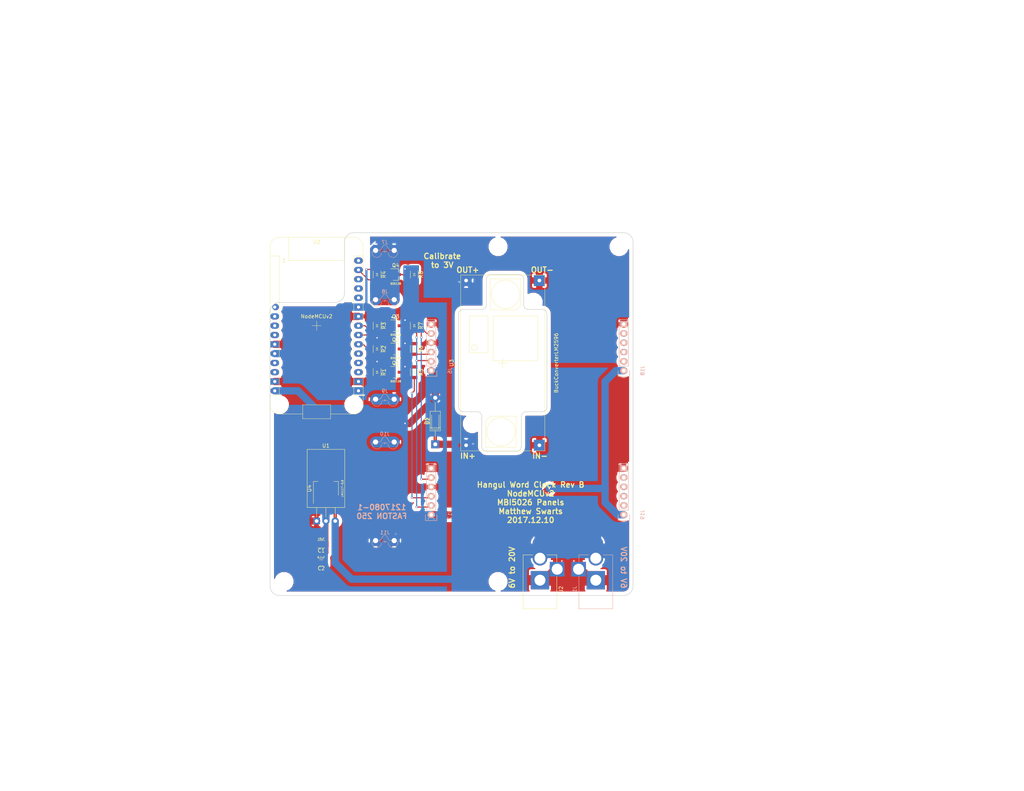
<source format=kicad_pcb>
(kicad_pcb (version 4) (host pcbnew 4.0.4-stable)
  (title_block (title "Hangul Word Clock NodeMCUv2") (date 2017-12-13) (rev B) (company "Matthew Swarts"))
  (layers (0 F.Cu signal) (31 B.Cu signal) (34 B.Paste user) (35 F.Paste user) (36 B.SilkS user) (37 F.SilkS user) (38 B.Mask user) (39 F.Mask user) (44 Edge.Cuts user))
  (net 0 "")
  (net 1 V5.0)
  (net 2 GND)
  (net 3 Vin)
  (net 4 VLED)
  (net 5 PClock)
  (net 6 PStrobe)
  (net 7 V3.3)
  (net 8 PClock3.3)
  (net 9 PStrobe3.3)
  (net 10 PDataA)
  (net 11 PDataB)
  (net 12 PDataA3.3)
  (net 13 PDataB3.3)
  (module Mounting_Holes:MountingHole_3.2mm_M3 (layer F.Cu) (at 135.89 67.31)
    (fp_text reference REF** hide)
    (fp_text value MountingHole_3.2mm_M3)
    (pad 1 np_thru_hole circle (at 0 0) (size 3.2 3.2) (drill 3.2) (layers *.Cu *.Mask))
  )
  (module Mounting_Holes:MountingHole_3.2mm_M3 (layer F.Cu) (at 135.89 158.75)
    (fp_text reference REF** hide)
    (fp_text value MountingHole_3.2mm_M3)
    (pad 1 np_thru_hole circle (at 0 0) (size 3.2 3.2) (drill 3.2) (layers *.Cu *.Mask))
  )
  (module Mounting_Holes:MountingHole_3.2mm_M3 (layer F.Cu) (at 77.47 158.75)
    (fp_text reference REF** hide)
    (fp_text value MountingHole_3.2mm_M3)
    (pad 1 np_thru_hole circle (at 0 0) (size 3.2 3.2) (drill 3.2) (layers *.Cu *.Mask))
  )
  (module MyKiCadParts:NodeMCU_V1.0 (layer F.Cu) (at 86.36 88.9)
    (fp_text reference U2 (at 0 -22.86) (layer F.SilkS))
    (fp_text value NodeMCUv2 (at 0 -2.54) (layer F.SilkS))
    (fp_text user 1 (at -8.89 -17.78) (layer F.SilkS))
    (pad 17 thru_hole rect (at 11.43 15.24) (size 2.4 1.7) (drill 0.85) (layers *.Cu *.Mask) (net 2 GND))
    (pad 18 thru_hole oval (at 11.43 12.7) (size 2.4 1.7) (drill 0.85) (layers *.Cu *.Mask))
    (pad 19 thru_hole oval (at 11.43 10.16) (size 2.4 1.7) (drill 0.85) (layers *.Cu *.Mask))
    (pad 20 thru_hole oval (at 11.43 7.62) (size 2.4 1.7) (drill 0.85) (layers *.Cu *.Mask))
    (pad 21 thru_hole oval (at 11.43 5.08) (size 2.4 1.7) (drill 0.85) (layers *.Cu *.Mask) (net 13 PDataB3.3))
    (pad 6 thru_hole oval (at -11.43 -5.08) (size 1.8 1.7) (drill 0.85 (offset 0.25 0)) (layers *.Cu *.Mask))
    (pad 22 thru_hole oval (at 11.43 2.54) (size 2.4 1.7) (drill 0.85) (layers *.Cu *.Mask) (net 12 PDataA3.3))
    (pad 7 thru_hole oval (at -11.43 -2.54) (size 2.4 1.7) (drill 0.85) (layers *.Cu *.Mask))
    (pad 23 thru_hole oval (at 11.43 0) (size 2.4 1.7) (drill 0.85) (layers *.Cu *.Mask) (net 8 PClock3.3))
    (pad 8 thru_hole oval (at -11.43 0) (size 2.4 1.7) (drill 0.85) (layers *.Cu *.Mask))
    (pad 24 thru_hole rect (at 11.43 -2.54) (size 2.4 1.7) (drill 0.85) (layers *.Cu *.Mask) (net 2 GND))
    (pad 9 thru_hole oval (at -11.43 2.54) (size 2.4 1.7) (drill 0.85) (layers *.Cu *.Mask))
    (pad 25 thru_hole oval (at 11.43 -5.08) (size 2.4 1.7) (drill 0.85) (layers *.Cu *.Mask) (net 7 V3.3))
    (pad 10 thru_hole rect (at -11.43 5.08) (size 2.4 1.7) (drill 0.85) (layers *.Cu *.Mask) (net 2 GND))
    (pad 26 thru_hole oval (at 11.43 -7.62) (size 2.4 1.7) (drill 0.85) (layers *.Cu *.Mask))
    (pad 11 thru_hole oval (at -11.43 7.62) (size 2.4 1.7) (drill 0.85) (layers *.Cu *.Mask) (net 7 V3.3))
    (pad 27 thru_hole oval (at 11.43 -10.16) (size 2.4 1.7) (drill 0.85) (layers *.Cu *.Mask))
    (pad 12 thru_hole oval (at -11.43 10.16) (size 2.4 1.7) (drill 0.85) (layers *.Cu *.Mask))
    (pad 28 thru_hole oval (at 11.43 -12.7) (size 2.4 1.7) (drill 0.85) (layers *.Cu *.Mask))
    (pad 13 thru_hole oval (at -11.43 12.7) (size 2.4 1.7) (drill 0.85) (layers *.Cu *.Mask))
    (pad 29 thru_hole oval (at 11.43 -15.24) (size 2.4 1.7) (drill 0.85) (layers *.Cu *.Mask) (net 9 PStrobe3.3))
    (pad 14 thru_hole rect (at -11.43 15.24) (size 2.4 1.7) (drill 0.85) (layers *.Cu *.Mask) (net 2 GND))
    (pad 30 thru_hole oval (at 11.43 -17.78) (size 2.4 1.7) (drill 0.85) (layers *.Cu *.Mask))
    (pad 15 thru_hole oval (at -11.43 17.78) (size 2.4 1.7) (drill 0.85) (layers *.Cu *.Mask) (net 1 V5.0))
    (pad 16 thru_hole oval (at 11.43 17.78) (size 2.4 1.7) (drill 0.85) (layers *.Cu *.Mask) (net 7 V3.3))
    (pad "" np_thru_hole circle (at 10.16 -21.59) (size 3.2 3.2) (drill 3.2) (layers *.Cu *.Mask))
    (pad "" np_thru_hole circle (at 10.16 21.59) (size 3.2 3.2) (drill 3.2) (layers *.Cu *.Mask))
    (pad "" np_thru_hole circle (at -10.16 21.59) (size 3.2 3.2) (drill 3.2) (layers *.Cu *.Mask))
  )
  (module MyKiCadParts:LM2596Module (layer F.Cu) (at 137.16 99.06 90)
    (fp_text reference U3 (at 0 -13.97 90) (layer F.SilkS))
    (fp_text value BuckConverterLM2596 (at 0 14.605 90) (layer F.SilkS))
    (pad "" np_thru_hole circle (at -16.59 -8.32 90) (size 3.2 3.2) (drill 3.2) (layers *.Cu *.Mask))
    (pad "" np_thru_hole circle (at 16.59 8.32 90) (size 3.2 3.2) (drill 3.2) (layers *.Cu *.Mask))
    (pad 1 thru_hole circle (at -22.5 -10 90) (size 3 3) (drill 1) (layers *.Cu *.Mask) (net 3 Vin))
    (pad 2 thru_hole rect (at -22.5 10 90) (size 3 3) (drill 1) (layers *.Cu *.Mask) (net 2 GND))
    (pad 3 thru_hole rect (at 22.5 10 90) (size 3 3) (drill 1) (layers *.Cu *.Mask) (net 2 GND))
    (pad 4 thru_hole circle (at 22.5 -10 90) (size 3 3) (drill 1) (layers *.Cu *.Mask) (net 4 VLED))
  )
  (module Capacitors_SMD:C_1206 (layer F.Cu) (at 87.63 148.59 180)
    (fp_text reference C1 (at 0 -1.75 180) (layer F.SilkS))
    (fp_text value 10uF (at 0 1.5 180) (layer F.SilkS) (effects (font (size 0.5 0.5) (thickness 0.1))))
    (pad 1 smd rect (at -1.5 0 180) (size 1 1.6) (layers F.Cu F.Paste F.Mask) (net 1 V5.0))
    (pad 2 smd rect (at 1.5 0 180) (size 1 1.6) (layers F.Cu F.Paste F.Mask) (net 2 GND))
  )
  (module Capacitors_SMD:C_0805 (layer F.Cu) (at 87.63 153.67 180)
    (fp_text reference C2 (at 0 -1.5 180) (layer F.SilkS))
    (fp_text value 0.1uF (at 0 1.5 180) (layer F.SilkS) (effects (font (size 0.5 0.5) (thickness 0.1))))
    (pad 1 smd rect (at -1 0 180) (size 1 1.25) (layers F.Cu F.Paste F.Mask) (net 1 V5.0))
    (pad 2 smd rect (at 1 0 180) (size 1 1.25) (layers F.Cu F.Paste F.Mask) (net 2 GND))
  )
  (module Diodes_THT:D_DO-41_SOD81_P12.70mm_Horizontal (layer F.Cu) (at 118.745 121.285 90)
    (fp_text reference D1 (at 6.35 -2.41 90) (layer F.SilkS))
    (fp_text value D)
    (pad 1 thru_hole rect (at 0 0 90) (size 2.2 2.2) (drill 1.1) (layers *.Cu *.Mask) (net 3 Vin))
    (pad 2 thru_hole oval (at 12.7 0 90) (size 2.2 2.2) (drill 1.1) (layers *.Cu *.Mask) (net 1 V5.0))
  )
  (module Connectors:BARREL_JACK (layer B.Cu) (at 162.56 152.4 90)
    (fp_text reference J1 (at -8.45 -5.75 270) (layer B.SilkS) (effects (justify mirror)))
    (fp_text value Barrel_Jack)
    (pad 1 thru_hole oval (at 0 0 90) (size 8 4) (drill 3 (offset 2 0)) (layers *.Cu *.Mask) (net 3 Vin))
    (pad 2 thru_hole rect (at -6 0 90) (size 5 5) (drill 3) (layers *.Cu *.Mask) (net 2 GND))
    (pad 3 thru_hole rect (at -3 -4.7 90) (size 4 4) (drill 3) (layers *.Cu *.Mask) (net 2 GND))
  )
  (module Socket_Strips:Socket_Strip_Straight_1x06 (layer B.Cu) (at 117.625 101.175 90)
    (fp_text reference J6 (at 0 5.1 90) (layer B.SilkS) (effects (justify mirror)))
    (fp_text value Conn_01x06)
    (pad 1 thru_hole oval (at 0 0 90) (size 1.7272 2.032) (drill 1.016) (layers *.Cu *.Mask B.SilkS) (net 1 V5.0))
    (pad 2 thru_hole oval (at 2.54 0 90) (size 1.7272 2.032) (drill 1.016) (layers *.Cu *.Mask B.SilkS) (net 5 PClock))
    (pad 3 thru_hole oval (at 5.08 0 90) (size 1.7272 2.032) (drill 1.016) (layers *.Cu *.Mask B.SilkS) (net 10 PDataA))
    (pad 4 thru_hole oval (at 7.62 0 90) (size 1.7272 2.032) (drill 1.016) (layers *.Cu *.Mask B.SilkS) (net 2 GND))
    (pad 5 thru_hole oval (at 10.16 0 90) (size 1.7272 2.032) (drill 1.016) (layers *.Cu *.Mask B.SilkS) (net 6 PStrobe))
    (pad 6 thru_hole rect (at 12.7 0 90) (size 1.7272 2.032) (drill 1.016) (layers *.Cu *.Mask B.SilkS) (net 2 GND))
  )
  (module MyKiCadParts:1217080-1 (layer B.Cu) (at 104.99598 68.64096)
    (fp_text reference J7 (at 0 -2.54) (layer B.SilkS) (effects (justify mirror)))
    (fp_text value Conn_01x01)
    (pad 1 thru_hole circle (at -2.54 -0.3048) (size 2.8 2.8) (drill 1.4) (layers *.Cu *.Mask) (net 4 VLED))
    (pad 1 thru_hole circle (at 2.54 -0.3048) (size 2.8 2.8) (drill 1.4) (layers *.Cu *.Mask) (net 4 VLED))
  )
  (module MyKiCadParts:1217080-1 (layer B.Cu) (at 104.99344 82.10296)
    (fp_text reference J8 (at 0 -2.54) (layer B.SilkS) (effects (justify mirror)))
    (fp_text value Conn_01x01)
    (pad 1 thru_hole circle (at -2.54 -0.3048) (size 2.8 2.8) (drill 1.4) (layers *.Cu *.Mask) (net 4 VLED))
    (pad 1 thru_hole circle (at 2.54 -0.3048) (size 2.8 2.8) (drill 1.4) (layers *.Cu *.Mask) (net 4 VLED))
  )
  (module MyKiCadParts:1217080-1 (layer B.Cu) (at 104.99344 109.28096)
    (fp_text reference J9 (at 0 -2.54) (layer B.SilkS) (effects (justify mirror)))
    (fp_text value Conn_01x01)
    (pad 1 thru_hole circle (at -2.54 -0.3048) (size 2.8 2.8) (drill 1.4) (layers *.Cu *.Mask) (net 2 GND))
    (pad 1 thru_hole circle (at 2.54 -0.3048) (size 2.8 2.8) (drill 1.4) (layers *.Cu *.Mask) (net 2 GND))
  )
  (module MyKiCadParts:1217080-1 (layer B.Cu) (at 104.99344 120.96496)
    (fp_text reference J10 (at 0 -2.54) (layer B.SilkS) (effects (justify mirror)))
    (fp_text value Conn_01x01)
    (pad 1 thru_hole circle (at -2.54 -0.3048) (size 2.8 2.8) (drill 1.4) (layers *.Cu *.Mask) (net 2 GND))
    (pad 1 thru_hole circle (at 2.54 -0.3048) (size 2.8 2.8) (drill 1.4) (layers *.Cu *.Mask) (net 2 GND))
  )
  (module MyKiCadParts:1217080-1 (layer B.Cu) (at 104.99344 147.88896)
    (fp_text reference J11 (at 0 -2.54) (layer B.SilkS) (effects (justify mirror)))
    (fp_text value Conn_01x01)
    (pad 1 thru_hole circle (at -2.54 -0.3048) (size 2.8 2.8) (drill 1.4) (layers *.Cu *.Mask) (net 1 V5.0))
    (pad 1 thru_hole circle (at 2.54 -0.3048) (size 2.8 2.8) (drill 1.4) (layers *.Cu *.Mask) (net 1 V5.0))
  )
  (module Socket_Strips:Socket_Strip_Straight_1x06 (layer B.Cu) (at 117.625 140.55 90)
    (fp_text reference J17 (at 0 5.1 90) (layer B.SilkS) (effects (justify mirror)))
    (fp_text value Conn_01x06)
    (pad 1 thru_hole oval (at 0 0 90) (size 1.7272 2.032) (drill 1.016) (layers *.Cu *.Mask B.SilkS) (net 1 V5.0))
    (pad 2 thru_hole oval (at 2.54 0 90) (size 1.7272 2.032) (drill 1.016) (layers *.Cu *.Mask B.SilkS) (net 5 PClock))
    (pad 3 thru_hole oval (at 5.08 0 90) (size 1.7272 2.032) (drill 1.016) (layers *.Cu *.Mask B.SilkS) (net 11 PDataB))
    (pad 4 thru_hole oval (at 7.62 0 90) (size 1.7272 2.032) (drill 1.016) (layers *.Cu *.Mask B.SilkS) (net 2 GND))
    (pad 5 thru_hole oval (at 10.16 0 90) (size 1.7272 2.032) (drill 1.016) (layers *.Cu *.Mask B.SilkS) (net 6 PStrobe))
    (pad 6 thru_hole rect (at 12.7 0 90) (size 1.7272 2.032) (drill 1.016) (layers *.Cu *.Mask B.SilkS) (net 2 GND))
  )
  (module Socket_Strips:Socket_Strip_Straight_1x06 (layer B.Cu) (at 170.2 101.175 90)
    (fp_text reference J18 (at 0 5.1 90) (layer B.SilkS) (effects (justify mirror)))
    (fp_text value Conn_01x06)
    (pad 1 thru_hole oval (at 0 0 90) (size 1.7272 2.032) (drill 1.016) (layers *.Cu *.Mask B.SilkS) (net 1 V5.0))
    (pad 2 thru_hole oval (at 2.54 0 90) (size 1.7272 2.032) (drill 1.016) (layers *.Cu *.Mask B.SilkS))
    (pad 3 thru_hole oval (at 5.08 0 90) (size 1.7272 2.032) (drill 1.016) (layers *.Cu *.Mask B.SilkS))
    (pad 4 thru_hole oval (at 7.62 0 90) (size 1.7272 2.032) (drill 1.016) (layers *.Cu *.Mask B.SilkS))
    (pad 5 thru_hole oval (at 10.16 0 90) (size 1.7272 2.032) (drill 1.016) (layers *.Cu *.Mask B.SilkS))
    (pad 6 thru_hole rect (at 12.7 0 90) (size 1.7272 2.032) (drill 1.016) (layers *.Cu *.Mask B.SilkS) (net 2 GND))
  )
  (module Socket_Strips:Socket_Strip_Straight_1x06 (layer B.Cu) (at 170.2 140.525 90)
    (fp_text reference J19 (at 0 5.1 90) (layer B.SilkS) (effects (justify mirror)))
    (fp_text value Conn_01x06)
    (pad 1 thru_hole oval (at 0 0 90) (size 1.7272 2.032) (drill 1.016) (layers *.Cu *.Mask B.SilkS) (net 1 V5.0))
    (pad 2 thru_hole oval (at 2.54 0 90) (size 1.7272 2.032) (drill 1.016) (layers *.Cu *.Mask B.SilkS))
    (pad 3 thru_hole oval (at 5.08 0 90) (size 1.7272 2.032) (drill 1.016) (layers *.Cu *.Mask B.SilkS))
    (pad 4 thru_hole oval (at 7.62 0 90) (size 1.7272 2.032) (drill 1.016) (layers *.Cu *.Mask B.SilkS))
    (pad 5 thru_hole oval (at 10.16 0 90) (size 1.7272 2.032) (drill 1.016) (layers *.Cu *.Mask B.SilkS))
    (pad 6 thru_hole rect (at 12.7 0 90) (size 1.7272 2.032) (drill 1.016) (layers *.Cu *.Mask B.SilkS) (net 2 GND))
  )
  (module TO_SOT_Packages_SMD:SOT-23 (layer F.Cu) (at 107.95 101.6)
    (fp_text reference Q1 (at 0 -2.5) (layer F.SilkS))
    (fp_text value BSS138 (at 0 2.5) (layer F.SilkS) (effects (font (size 0.5 0.5) (thickness 0.1))))
    (pad 1 smd rect (at -1 -0.95) (size 0.9 0.8) (layers F.Cu F.Paste F.Mask) (net 7 V3.3))
    (pad 2 smd rect (at -1 0.95) (size 0.9 0.8) (layers F.Cu F.Paste F.Mask) (net 13 PDataB3.3))
    (pad 3 smd rect (at 1 0) (size 0.9 0.8) (layers F.Cu F.Paste F.Mask) (net 11 PDataB))
  )
  (module TO_SOT_Packages_SMD:SOT-23 (layer F.Cu) (at 107.95 95.25)
    (fp_text reference Q2 (at 0 -2.5) (layer F.SilkS))
    (fp_text value BSS138 (at 0 2.5) (layer F.SilkS) (effects (font (size 0.5 0.5) (thickness 0.1))))
    (pad 1 smd rect (at -1 -0.95) (size 0.9 0.8) (layers F.Cu F.Paste F.Mask) (net 7 V3.3))
    (pad 2 smd rect (at -1 0.95) (size 0.9 0.8) (layers F.Cu F.Paste F.Mask) (net 12 PDataA3.3))
    (pad 3 smd rect (at 1 0) (size 0.9 0.8) (layers F.Cu F.Paste F.Mask) (net 10 PDataA))
  )
  (module TO_SOT_Packages_SMD:SOT-23 (layer F.Cu) (at 107.95 88.9)
    (fp_text reference Q3 (at 0 -2.5) (layer F.SilkS))
    (fp_text value BSS138 (at 0 2.5) (layer F.SilkS) (effects (font (size 0.5 0.5) (thickness 0.1))))
    (pad 1 smd rect (at -1 -0.95) (size 0.9 0.8) (layers F.Cu F.Paste F.Mask) (net 7 V3.3))
    (pad 2 smd rect (at -1 0.95) (size 0.9 0.8) (layers F.Cu F.Paste F.Mask) (net 8 PClock3.3))
    (pad 3 smd rect (at 1 0) (size 0.9 0.8) (layers F.Cu F.Paste F.Mask) (net 5 PClock))
  )
  (module TO_SOT_Packages_SMD:SOT-23 (layer F.Cu) (at 107.95 74.93)
    (fp_text reference Q4 (at 0 -2.5) (layer F.SilkS))
    (fp_text value BSS138 (at 0 2.5) (layer F.SilkS) (effects (font (size 0.5 0.5) (thickness 0.1))))
    (pad 1 smd rect (at -1 -0.95) (size 0.9 0.8) (layers F.Cu F.Paste F.Mask) (net 7 V3.3))
    (pad 2 smd rect (at -1 0.95) (size 0.9 0.8) (layers F.Cu F.Paste F.Mask) (net 9 PStrobe3.3))
    (pad 3 smd rect (at 1 0) (size 0.9 0.8) (layers F.Cu F.Paste F.Mask) (net 6 PStrobe))
  )
  (module Resistors_SMD:R_1206 (layer F.Cu) (at 102.87 101.6 270)
    (fp_text reference R1 (at 0 -1.85 270) (layer F.SilkS))
    (fp_text value 1K (at 0 0 270) (layer F.SilkS) (effects (font (size 0.5 0.5) (thickness 0.1))))
    (pad 1 smd rect (at -1.45 0 270) (size 0.9 1.7) (layers F.Cu F.Paste F.Mask) (net 7 V3.3))
    (pad 2 smd rect (at 1.45 0 270) (size 0.9 1.7) (layers F.Cu F.Paste F.Mask) (net 13 PDataB3.3))
  )
  (module Resistors_SMD:R_1206 (layer F.Cu) (at 102.87 95.25 270)
    (fp_text reference R2 (at 0 -1.85 270) (layer F.SilkS))
    (fp_text value 1K (at 0 0 270) (layer F.SilkS) (effects (font (size 0.5 0.5) (thickness 0.1))))
    (pad 1 smd rect (at -1.45 0 270) (size 0.9 1.7) (layers F.Cu F.Paste F.Mask) (net 7 V3.3))
    (pad 2 smd rect (at 1.45 0 270) (size 0.9 1.7) (layers F.Cu F.Paste F.Mask) (net 12 PDataA3.3))
  )
  (module Resistors_SMD:R_1206 (layer F.Cu) (at 102.87 88.9 270)
    (fp_text reference R3 (at 0 -1.85 270) (layer F.SilkS))
    (fp_text value 1K (at 0 0 270) (layer F.SilkS) (effects (font (size 0.5 0.5) (thickness 0.1))))
    (pad 1 smd rect (at -1.45 0 270) (size 0.9 1.7) (layers F.Cu F.Paste F.Mask) (net 7 V3.3))
    (pad 2 smd rect (at 1.45 0 270) (size 0.9 1.7) (layers F.Cu F.Paste F.Mask) (net 8 PClock3.3))
  )
  (module Resistors_SMD:R_1206 (layer F.Cu) (at 102.87 74.93 270)
    (fp_text reference R4 (at 0 -1.85 270) (layer F.SilkS))
    (fp_text value 1K (at 0 0 270) (layer F.SilkS) (effects (font (size 0.5 0.5) (thickness 0.1))))
    (pad 1 smd rect (at -1.45 0 270) (size 0.9 1.7) (layers F.Cu F.Paste F.Mask) (net 7 V3.3))
    (pad 2 smd rect (at 1.45 0 270) (size 0.9 1.7) (layers F.Cu F.Paste F.Mask) (net 9 PStrobe3.3))
  )
  (module Resistors_SMD:R_1206 (layer F.Cu) (at 113.03 101.6 270)
    (fp_text reference R5 (at 0 -1.85 270) (layer F.SilkS))
    (fp_text value 1K (at 0 0 270) (layer F.SilkS) (effects (font (size 0.5 0.5) (thickness 0.1))))
    (pad 1 smd rect (at -1.45 0 270) (size 0.9 1.7) (layers F.Cu F.Paste F.Mask) (net 1 V5.0))
    (pad 2 smd rect (at 1.45 0 270) (size 0.9 1.7) (layers F.Cu F.Paste F.Mask) (net 11 PDataB))
  )
  (module Resistors_SMD:R_1206 (layer F.Cu) (at 113.03 95.25 270)
    (fp_text reference R6 (at 0 -1.85 270) (layer F.SilkS))
    (fp_text value 1K (at 0 0 270) (layer F.SilkS) (effects (font (size 0.5 0.5) (thickness 0.1))))
    (pad 1 smd rect (at -1.45 0 270) (size 0.9 1.7) (layers F.Cu F.Paste F.Mask) (net 1 V5.0))
    (pad 2 smd rect (at 1.45 0 270) (size 0.9 1.7) (layers F.Cu F.Paste F.Mask) (net 10 PDataA))
  )
  (module Resistors_SMD:R_1206 (layer F.Cu) (at 113.03 88.9 270)
    (fp_text reference R7 (at 0 -1.85 270) (layer F.SilkS))
    (fp_text value 1K (at 0 0 270) (layer F.SilkS) (effects (font (size 0.5 0.5) (thickness 0.1))))
    (pad 1 smd rect (at -1.45 0 270) (size 0.9 1.7) (layers F.Cu F.Paste F.Mask) (net 1 V5.0))
    (pad 2 smd rect (at 1.45 0 270) (size 0.9 1.7) (layers F.Cu F.Paste F.Mask) (net 5 PClock))
  )
  (module Resistors_SMD:R_1206 (layer F.Cu) (at 113.03 74.93 270)
    (fp_text reference R8 (at 0 -1.85 270) (layer F.SilkS))
    (fp_text value 1K (at 0 0 270) (layer F.SilkS) (effects (font (size 0.5 0.5) (thickness 0.1))))
    (pad 1 smd rect (at -1.45 0 270) (size 0.9 1.7) (layers F.Cu F.Paste F.Mask) (net 1 V5.0))
    (pad 2 smd rect (at 1.45 0 270) (size 0.9 1.7) (layers F.Cu F.Paste F.Mask) (net 6 PStrobe))
  )
  (module TO_SOT_Packages_THT:TO-220_Horizontal (layer F.Cu) (at 86.36 142.24)
    (fp_text reference U1 (at 2.54 -20.58) (layer F.SilkS))
    (fp_text value LM1117-5.0)
    (pad 1 thru_hole rect (at 0 0) (size 1.8 1.8) (drill 1) (layers *.Cu *.Mask) (net 2 GND))
    (pad 2 thru_hole oval (at 2.54 0) (size 1.8 1.8) (drill 1) (layers *.Cu *.Mask) (net 1 V5.0))
    (pad 3 thru_hole oval (at 5.08 0) (size 1.8 1.8) (drill 1) (layers *.Cu *.Mask) (net 3 Vin))
  )
  (module Diodes_SMD:D_SOD-123 (layer F.Cu) (at 118.745 114.935 90)
    (fp_text reference D2 (at 0 -2 90) (layer F.SilkS))
    (fp_text value D)
    (pad 1 smd rect (at -1.65 0 90) (size 0.9 1.2) (layers F.Cu F.Paste F.Mask) (net 3 Vin))
    (pad 2 smd rect (at 1.65 0 90) (size 0.9 1.2) (layers F.Cu F.Paste F.Mask) (net 1 V5.0))
  )
  (module TO_SOT_Packages_SMD:SOT-223-3Lead_TabPin2 (layer F.Cu) (at 88.9 133.35 90)
    (fp_text reference U4 (at 0 -4.5 90) (layer F.SilkS))
    (fp_text value LM1117-5.0 (at 0 4.5 90) (layer F.SilkS) (effects (font (size 0.5 0.5) (thickness 0.1))))
    (pad 2 smd rect (at 3.15 0 90) (size 2 3.8) (layers F.Cu F.Paste F.Mask) (net 1 V5.0))
    (pad 2 smd rect (at -3.15 0 90) (size 2 1.5) (layers F.Cu F.Paste F.Mask) (net 1 V5.0))
    (pad 3 smd rect (at -3.15 2.3 90) (size 2 1.5) (layers F.Cu F.Paste F.Mask) (net 3 Vin))
    (pad 1 smd rect (at -3.15 -2.3 90) (size 2 1.5) (layers F.Cu F.Paste F.Mask) (net 2 GND))
  )
  (module Connectors:BARREL_JACK (layer F.Cu) (at 147.32 152.4 90)
    (fp_text reference J2 (at -8.45 5.75 270) (layer F.SilkS))
    (fp_text value Barrel_Jack)
    (pad 1 thru_hole oval (at 0 0 90) (size 8 4) (drill 3 (offset 2 0)) (layers *.Cu *.Mask) (net 3 Vin))
    (pad 2 thru_hole rect (at -6 0 90) (size 5 5) (drill 3) (layers *.Cu *.Mask) (net 2 GND))
    (pad 3 thru_hole rect (at -3 4.7 90) (size 4 4) (drill 3) (layers *.Cu *.Mask) (net 2 GND))
  )
  (module Mounting_Holes:MountingHole_3.2mm_M3 (layer F.Cu) (at 168.91 67.31)
    (fp_text reference REF** hide)
    (fp_text value MountingHole_3.2mm_M3)
    (pad 1 np_thru_hole circle (at 0 0) (size 3.2 3.2) (drill 3.2) (layers *.Cu *.Mask))
  )
  (gr_text "1217080-1\nFASTON 250" (at 104.14 139.7) (layer B.SilkS) (effects (font (size 1.5 1.5) (thickness 0.3)) (justify mirror)))
  (gr_line (start 93.98 66.04) (end 93.98 80.01) (angle 90) (layer Edge.Cuts) (width 0.15))
  (gr_line (start 172.72 160.02) (end 172.72 66.04) (angle 90) (layer Edge.Cuts) (width 0.15))
  (gr_line (start 73.66 85.09) (end 73.66 160.02) (angle 90) (layer Edge.Cuts) (width 0.15))
  (gr_line (start 170.18 63.5) (end 96.52 63.5) (angle 90) (layer Edge.Cuts) (width 0.15))
  (gr_arc (start 76.2 85.09) (end 73.66 85.09) (angle 90) (layer Edge.Cuts) (width 0.15))
  (gr_arc (start 91.44 80.01) (end 93.98 80.01) (angle 90) (layer Edge.Cuts) (width 0.15))
  (gr_line (start 91.44 82.55) (end 76.2 82.55) (angle 90) (layer Edge.Cuts) (width 0.15))
  (gr_line (start 76.2 162.56) (end 170.18 162.56) (angle 90) (layer Edge.Cuts) (width 0.15))
  (gr_arc (start 170.18 160.02) (end 172.72 160.02) (angle 90) (layer Edge.Cuts) (width 0.15))
  (gr_arc (start 76.2 160.02) (end 76.2 162.56) (angle 90) (layer Edge.Cuts) (width 0.15))
  (gr_arc (start 96.52 66.04) (end 93.98 66.04) (angle 90) (layer Edge.Cuts) (width 0.15))
  (gr_arc (start 170.18 66.04) (end 170.18 63.5) (angle 90) (layer Edge.Cuts) (width 0.15))
  (gr_text "Hangul Word Clock Rev B\nNodeMCUv2\nMBI5026 Panels\nMatthew Swarts\n2017.12.10" (at 144.78 137.16) (layer F.SilkS) (effects (font (size 1.5 1.5) (thickness 0.3))))
  (gr_text "Calibrate\nto 3V" (at 120.65 71.12) (layer F.SilkS) (effects (font (size 1.5 1.5) (thickness 0.3))))
  (gr_text OUT+ (at 127.635 73.66) (layer F.SilkS) (effects (font (size 1.5 1.5) (thickness 0.3))))
  (gr_text OUT- (at 147.955 73.66) (layer F.SilkS) (effects (font (size 1.5 1.5) (thickness 0.3))))
  (gr_text IN- (at 147.32 124.46) (layer F.SilkS) (effects (font (size 1.5 1.5) (thickness 0.3))))
  (gr_text IN+ (at 127.635 124.46) (layer F.SilkS) (effects (font (size 1.5 1.5) (thickness 0.3))))
  (gr_text "6V to 20V" (at 170.18 154.94 270) (layer B.SilkS) (effects (font (size 1.5 1.5) (thickness 0.3)) (justify mirror)))
  (gr_text "6V to 20V" (at 139.7 154.94 90) (layer F.SilkS) (effects (font (size 1.5 1.5) (thickness 0.3))))
  (gr_line (start 142.875 83.185) (end 142.875 76.2) (angle 90) (layer Edge.Cuts) (width 0.15))
  (gr_line (start 147.955 84.455) (end 144.145 84.455) (angle 90) (layer Edge.Cuts) (width 0.15))
  (gr_line (start 149.225 111.125) (end 149.225 85.725) (angle 90) (layer Edge.Cuts) (width 0.15))
  (gr_line (start 143.51 112.395) (end 147.955 112.395) (angle 90) (layer Edge.Cuts) (width 0.15))
  (gr_line (start 142.24 121.92) (end 142.24 113.665) (angle 90) (layer Edge.Cuts) (width 0.15))
  (gr_line (start 132.715 123.19) (end 140.97 123.19) (angle 90) (layer Edge.Cuts) (width 0.15))
  (gr_line (start 131.445 113.665) (end 131.445 121.92) (angle 90) (layer Edge.Cuts) (width 0.15))
  (gr_line (start 126.365 112.395) (end 130.175 112.395) (angle 90) (layer Edge.Cuts) (width 0.15))
  (gr_line (start 125.095 85.725) (end 125.095 111.125) (angle 90) (layer Edge.Cuts) (width 0.15))
  (gr_line (start 131.445 84.455) (end 126.365 84.455) (angle 90) (layer Edge.Cuts) (width 0.15))
  (gr_line (start 132.715 76.2) (end 132.715 83.185) (angle 90) (layer Edge.Cuts) (width 0.15))
  (gr_line (start 141.605 74.93) (end 133.985 74.93) (angle 90) (layer Edge.Cuts) (width 0.15))
  (gr_arc (start 141.605 76.2) (end 141.605 74.93) (angle 90) (layer Edge.Cuts) (width 0.15))
  (gr_arc (start 144.145 83.185) (end 144.145 84.455) (angle 90) (layer Edge.Cuts) (width 0.15))
  (gr_arc (start 147.955 85.725) (end 147.955 84.455) (angle 90) (layer Edge.Cuts) (width 0.15))
  (gr_arc (start 147.955 111.125) (end 149.225 111.125) (angle 90) (layer Edge.Cuts) (width 0.15))
  (gr_arc (start 143.51 113.665) (end 142.24 113.665) (angle 90) (layer Edge.Cuts) (width 0.15))
  (gr_arc (start 140.97 121.92) (end 142.24 121.92) (angle 90) (layer Edge.Cuts) (width 0.15))
  (gr_arc (start 132.715 121.92) (end 132.715 123.19) (angle 90) (layer Edge.Cuts) (width 0.15))
  (gr_arc (start 130.175 113.665) (end 130.175 112.395) (angle 90) (layer Edge.Cuts) (width 0.15))
  (gr_arc (start 126.365 111.125) (end 126.365 112.395) (angle 90) (layer Edge.Cuts) (width 0.15))
  (gr_arc (start 126.365 85.725) (end 125.095 85.725) (angle 90) (layer Edge.Cuts) (width 0.15))
  (gr_arc (start 131.445 83.185) (end 132.715 83.185) (angle 90) (layer Edge.Cuts) (width 0.15))
  (gr_arc (start 133.985 76.2) (end 132.715 76.2) (angle 90) (layer Edge.Cuts) (width 0.15))
  (segment (start 117.625 140.55) (end 142.66 140.55) (width 2) (layer F.Cu) (net 1))
  (segment (start 149.86 133.35) (end 165.1 133.35) (width 2) (layer B.Cu) (net 1))
  (via (at 149.86 133.35) (size 0.6) (drill 0.4) (layers F.Cu B.Cu) (net 1))
  (segment (start 142.66 140.55) (end 149.86 133.35) (width 2) (layer F.Cu) (net 1))
  (segment (start 110.49 115.57) (end 111.76 115.57) (width 2) (layer F.Cu) (net 1))
  (segment (start 111.76 115.57) (end 118.745 108.585) (width 2) (layer F.Cu) (net 1))
  (segment (start 170.2 101.175) (end 168.065 101.175) (width 2) (layer B.Cu) (net 1))
  (segment (start 168.065 101.175) (end 165.1 104.14) (width 2) (layer B.Cu) (net 1))
  (segment (start 165.1 104.14) (end 165.1 133.35) (width 2) (layer B.Cu) (net 1))
  (segment (start 168.465 140.525) (end 170.2 140.525) (width 2) (layer B.Cu) (net 1))
  (segment (start 165.1 133.35) (end 165.1 137.16) (width 2) (layer B.Cu) (net 1))
  (segment (start 165.1 137.16) (end 168.465 140.525) (width 2) (layer B.Cu) (net 1))
  (segment (start 102.45344 147.58416) (end 107.53344 147.58416) (width 3) (layer F.Cu) (net 1))
  (segment (start 98.7425 140.6525) (end 100.60178 140.6525) (width 3) (layer B.Cu) (net 1))
  (segment (start 100.60178 140.6525) (end 107.53344 147.58416) (width 3) (layer B.Cu) (net 1))
  (segment (start 102.45344 147.58416) (end 102.45344 144.36344) (width 3) (layer B.Cu) (net 1))
  (segment (start 102.45344 144.36344) (end 98.7425 140.6525) (width 3) (layer B.Cu) (net 1))
  (segment (start 98.7425 140.6525) (end 88.9 130.81) (width 3) (layer B.Cu) (net 1))
  (segment (start 117.625 140.55) (end 98.64 140.55) (width 2) (layer B.Cu) (net 1))
  (segment (start 98.64 140.55) (end 88.9 130.81) (width 2) (layer B.Cu) (net 1))
  (segment (start 88.9 116.84) (end 88.9 114.3) (width 2) (layer B.Cu) (net 1))
  (segment (start 88.9 142.24) (end 88.9 130.81) (width 2) (layer B.Cu) (net 1))
  (segment (start 88.9 130.81) (end 88.9 116.84) (width 2) (layer B.Cu) (net 1))
  (segment (start 88.9 116.84) (end 90.17 115.57) (width 2) (layer B.Cu) (net 1))
  (segment (start 110.49 115.57) (end 90.17 115.57) (width 2) (layer B.Cu) (net 1))
  (segment (start 81.28 106.68) (end 74.93 106.68) (width 2) (layer B.Cu) (net 1))
  (segment (start 88.9 114.3) (end 81.28 106.68) (width 2) (layer B.Cu) (net 1))
  (segment (start 90.17 115.57) (end 88.9 114.3) (width 2) (layer B.Cu) (net 1))
  (segment (start 88.63 153.67) (end 88.63 151.4) (width 0.9) (layer F.Cu) (net 1))
  (segment (start 89.13 150.9) (end 89.13 148.59) (width 0.9) (layer F.Cu) (net 1))
  (segment (start 88.63 151.4) (end 89.13 150.9) (width 0.9) (layer F.Cu) (net 1))
  (segment (start 89.13 148.59) (end 89.13 142.47) (width 0.9) (layer F.Cu) (net 1))
  (segment (start 89.13 142.47) (end 88.9 142.24) (width 0.9) (layer F.Cu) (net 1))
  (segment (start 88.9 142.24) (end 88.9 136.5) (width 0.9) (layer F.Cu) (net 1))
  (segment (start 88.9 136.5) (end 88.9 130.2) (width 0.9) (layer F.Cu) (net 1))
  (segment (start 110.49 104.14) (end 110.49 115.57) (width 0.9) (layer B.Cu) (net 1))
  (via (at 110.49 115.57) (size 0.6) (drill 0.4) (layers F.Cu B.Cu) (net 1))
  (segment (start 111.76 115.57) (end 118.745 108.585) (width 0.9) (layer F.Cu) (net 1))
  (segment (start 118.745 113.285) (end 118.745 108.585) (width 0.9) (layer F.Cu) (net 1))
  (segment (start 117.625 101.175) (end 118.745 102.295) (width 2) (layer F.Cu) (net 1))
  (segment (start 118.745 102.295) (end 118.745 108.585) (width 2) (layer F.Cu) (net 1))
  (segment (start 113.03 73.48) (end 112.956 73.406) (width 0.3) (layer F.Cu) (net 1))
  (segment (start 112.956 73.406) (end 110.49 73.406) (width 0.3) (layer F.Cu) (net 1))
  (via (at 110.49 73.406) (size 0.6) (drill 0.4) (layers F.Cu B.Cu) (net 1))
  (segment (start 113.03 100.15) (end 112.956 100.076) (width 0.3) (layer F.Cu) (net 1))
  (segment (start 112.956 100.076) (end 110.49 100.076) (width 0.3) (layer F.Cu) (net 1))
  (via (at 110.49 100.076) (size 0.6) (drill 0.4) (layers F.Cu B.Cu) (net 1))
  (segment (start 113.03 93.8) (end 112.956 93.726) (width 0.3) (layer F.Cu) (net 1))
  (segment (start 112.956 93.726) (end 110.49 93.726) (width 0.3) (layer F.Cu) (net 1))
  (via (at 110.49 93.726) (size 0.6) (drill 0.4) (layers F.Cu B.Cu) (net 1))
  (segment (start 113.03 87.45) (end 112.956 87.376) (width 0.3) (layer F.Cu) (net 1))
  (segment (start 112.956 87.376) (end 110.49 87.376) (width 0.3) (layer F.Cu) (net 1))
  (via (at 110.49 87.376) (size 0.6) (drill 0.4) (layers F.Cu B.Cu) (net 1))
  (segment (start 113.03 73.48) (end 112.85 73.66) (width 0.3) (layer F.Cu) (net 1))
  (segment (start 110.49 104.14) (end 110.49 100.076) (width 0.9) (layer B.Cu) (net 1))
  (segment (start 110.49 100.076) (end 110.49 93.726) (width 0.9) (layer B.Cu) (net 1))
  (segment (start 110.49 93.726) (end 110.49 87.376) (width 0.9) (layer B.Cu) (net 1))
  (segment (start 110.49 87.376) (end 110.49 73.406) (width 0.9) (layer B.Cu) (net 1))
  (segment (start 117.625 88.475) (end 119.59 88.475) (width 0.3) (layer F.Cu) (net 2))
  (segment (start 120.65 89.535) (end 120.65 90.805) (width 0.3) (layer F.Cu) (net 2))
  (segment (start 119.59 88.475) (end 120.65 89.535) (width 0.3) (layer F.Cu) (net 2))
  (segment (start 117.625 132.93) (end 119.8 132.93) (width 0.3) (layer F.Cu) (net 2))
  (segment (start 121.285 131.445) (end 121.285 127.85) (width 0.3) (layer F.Cu) (net 2))
  (segment (start 119.8 132.93) (end 121.285 131.445) (width 0.3) (layer F.Cu) (net 2))
  (segment (start 117.625 93.555) (end 119.805 93.555) (width 0.3) (layer F.Cu) (net 2))
  (segment (start 120.65 92.71) (end 120.65 90.805) (width 0.3) (layer F.Cu) (net 2))
  (segment (start 119.805 93.555) (end 120.65 92.71) (width 0.3) (layer F.Cu) (net 2))
  (segment (start 102.45344 108.97616) (end 107.53344 108.97616) (width 3) (layer B.Cu) (net 2))
  (segment (start 102.45344 120.66016) (end 107.53344 120.66016) (width 3) (layer B.Cu) (net 2))
  (segment (start 97.79 104.14) (end 99.06 104.14) (width 2) (layer F.Cu) (net 2))
  (segment (start 102.45344 107.53344) (end 102.45344 108.97616) (width 2) (layer F.Cu) (net 2))
  (segment (start 99.06 104.14) (end 102.45344 107.53344) (width 2) (layer F.Cu) (net 2))
  (segment (start 92.71 104.14) (end 92.71 113.03) (width 2) (layer F.Cu) (net 2))
  (segment (start 95.25 115.57) (end 102.45344 115.57) (width 2) (layer F.Cu) (net 2))
  (segment (start 92.71 113.03) (end 95.25 115.57) (width 2) (layer F.Cu) (net 2))
  (segment (start 85.725 90.17) (end 85.725 104.14) (width 2) (layer F.Cu) (net 2))
  (segment (start 74.93 104.14) (end 85.725 104.14) (width 2) (layer F.Cu) (net 2))
  (segment (start 85.725 104.14) (end 92.71 104.14) (width 2) (layer F.Cu) (net 2))
  (segment (start 92.71 104.14) (end 97.79 104.14) (width 2) (layer F.Cu) (net 2))
  (segment (start 74.93 93.98) (end 81.915 93.98) (width 2) (layer F.Cu) (net 2))
  (segment (start 89.535 86.36) (end 97.79 86.36) (width 2) (layer F.Cu) (net 2))
  (segment (start 81.915 93.98) (end 85.725 90.17) (width 2) (layer F.Cu) (net 2))
  (segment (start 85.725 90.17) (end 89.535 86.36) (width 2) (layer F.Cu) (net 2))
  (segment (start 86.36 142.24) (end 83.185 142.24) (width 2) (layer F.Cu) (net 2))
  (segment (start 85.07984 120.66016) (end 102.45344 120.66016) (width 2) (layer F.Cu) (net 2))
  (segment (start 81.915 123.825) (end 85.07984 120.66016) (width 2) (layer F.Cu) (net 2))
  (segment (start 81.915 140.97) (end 81.915 123.825) (width 2) (layer F.Cu) (net 2))
  (segment (start 83.185 142.24) (end 81.915 140.97) (width 2) (layer F.Cu) (net 2))
  (segment (start 107.53344 108.97616) (end 107.53344 120.66016) (width 3) (layer F.Cu) (net 2))
  (segment (start 102.45344 108.97616) (end 102.45344 115.57) (width 3) (layer F.Cu) (net 2))
  (segment (start 102.45344 115.57) (end 102.45344 120.66016) (width 3) (layer F.Cu) (net 2))
  (segment (start 102.45344 120.66016) (end 102.45344 125.31344) (width 2) (layer F.Cu) (net 2))
  (segment (start 104.99 127.85) (end 111.34 127.85) (width 2) (layer F.Cu) (net 2))
  (segment (start 102.45344 125.31344) (end 104.99 127.85) (width 2) (layer F.Cu) (net 2))
  (segment (start 117.625 127.85) (end 121.285 127.85) (width 2) (layer F.Cu) (net 2))
  (segment (start 121.285 127.85) (end 153.45 127.85) (width 2) (layer F.Cu) (net 2))
  (segment (start 153.45 127.85) (end 154.94 129.34) (width 2) (layer F.Cu) (net 2))
  (segment (start 147.32 158.4) (end 162.56 158.4) (width 3) (layer F.Cu) (net 2))
  (segment (start 154.94 155.4) (end 154.94 129.34) (width 3) (layer F.Cu) (net 2))
  (segment (start 154.94 129.34) (end 147.16 121.56) (width 3) (layer F.Cu) (net 2))
  (segment (start 160.02 127.825) (end 160.02 71.374) (width 2) (layer F.Cu) (net 2))
  (segment (start 170.2 127.825) (end 160.02 127.825) (width 2) (layer F.Cu) (net 2))
  (segment (start 160.02 127.825) (end 153.425 127.825) (width 3) (layer F.Cu) (net 2))
  (segment (start 153.425 127.825) (end 147.16 121.56) (width 2) (layer F.Cu) (net 2))
  (segment (start 170.2 88.475) (end 170.2 73.68) (width 2) (layer F.Cu) (net 2))
  (segment (start 167.894 71.374) (end 160.02 71.374) (width 2) (layer F.Cu) (net 2))
  (segment (start 170.2 73.68) (end 167.894 71.374) (width 2) (layer F.Cu) (net 2))
  (segment (start 160.02 71.374) (end 145.288 71.374) (width 2) (layer F.Cu) (net 2))
  (segment (start 86.13 148.59) (end 86.13 142.47) (width 0.9) (layer F.Cu) (net 2))
  (segment (start 86.13 142.47) (end 86.36 142.24) (width 0.9) (layer F.Cu) (net 2))
  (segment (start 86.63 153.67) (end 86.63 151.4) (width 0.9) (layer F.Cu) (net 2))
  (segment (start 86.13 150.9) (end 86.13 148.59) (width 0.9) (layer F.Cu) (net 2))
  (segment (start 86.63 151.4) (end 86.13 150.9) (width 0.9) (layer F.Cu) (net 2))
  (segment (start 86.36 142.24) (end 86.36 136.74) (width 0.9) (layer F.Cu) (net 2))
  (segment (start 86.36 136.74) (end 86.6 136.5) (width 0.9) (layer F.Cu) (net 2))
  (segment (start 162.56 158.4) (end 160.86 158.4) (width 3) (layer F.Cu) (net 2))
  (segment (start 160.86 158.4) (end 157.86 155.4) (width 3) (layer F.Cu) (net 2))
  (segment (start 147.32 158.4) (end 149.02 158.4) (width 3) (layer F.Cu) (net 2))
  (segment (start 149.02 158.4) (end 152.02 155.4) (width 3) (layer F.Cu) (net 2))
  (segment (start 152.02 155.4) (end 154.94 155.4) (width 3) (layer F.Cu) (net 2))
  (segment (start 154.94 155.4) (end 157.86 155.4) (width 3) (layer F.Cu) (net 2))
  (segment (start 123.444 71.374) (end 117.625 77.193) (width 2) (layer F.Cu) (net 2))
  (segment (start 117.625 77.193) (end 117.625 88.475) (width 2) (layer F.Cu) (net 2))
  (segment (start 147.16 76.56) (end 147.16 73.246) (width 2) (layer F.Cu) (net 2))
  (segment (start 145.288 71.374) (end 123.444 71.374) (width 2) (layer F.Cu) (net 2))
  (segment (start 147.16 73.246) (end 145.288 71.374) (width 2) (layer F.Cu) (net 2))
  (segment (start 117.625 127.85) (end 111.34 127.85) (width 2) (layer F.Cu) (net 2))
  (segment (start 107.53344 124.04344) (end 107.53344 120.66016) (width 2) (layer F.Cu) (net 2))
  (segment (start 111.34 127.85) (end 107.53344 124.04344) (width 2) (layer F.Cu) (net 2))
  (segment (start 107.53344 108.97616) (end 107.70616 108.97616) (width 0.9) (layer B.Cu) (net 2))
  (segment (start 117.625 132.93) (end 117.205 133.35) (width 0.3) (layer F.Cu) (net 2))
  (segment (start 127.16 121.56) (end 127.16 155.415) (width 2) (layer B.Cu) (net 3))
  (segment (start 91.44 153.67) (end 91.44 142.24) (width 2) (layer B.Cu) (net 3))
  (segment (start 95.885 158.115) (end 91.44 153.67) (width 2) (layer B.Cu) (net 3))
  (segment (start 124.46 158.115) (end 95.885 158.115) (width 2) (layer B.Cu) (net 3))
  (segment (start 127.16 155.415) (end 124.46 158.115) (width 2) (layer B.Cu) (net 3))
  (segment (start 152.4 139.7) (end 152.4 144.78) (width 3) (layer B.Cu) (net 3))
  (segment (start 162.56 152.4) (end 162.56 149.86) (width 3) (layer B.Cu) (net 3))
  (segment (start 162.56 149.86) (end 157.48 144.78) (width 3) (layer B.Cu) (net 3))
  (segment (start 157.48 144.78) (end 152.4 144.78) (width 3) (layer B.Cu) (net 3))
  (segment (start 152.4 144.78) (end 147.32 149.86) (width 3) (layer B.Cu) (net 3))
  (segment (start 147.32 149.86) (end 147.32 152.4) (width 3) (layer B.Cu) (net 3))
  (segment (start 147.32 152.4) (end 147.32 139.7) (width 3) (layer B.Cu) (net 3))
  (segment (start 162.56 152.4) (end 162.56 144.78) (width 3) (layer B.Cu) (net 3))
  (segment (start 162.56 144.78) (end 157.48 139.7) (width 3) (layer B.Cu) (net 3))
  (segment (start 157.48 139.7) (end 152.4 139.7) (width 3) (layer B.Cu) (net 3))
  (segment (start 152.4 139.7) (end 147.32 139.7) (width 3) (layer B.Cu) (net 3))
  (segment (start 145.3 139.7) (end 127.16 121.56) (width 3) (layer B.Cu) (net 3))
  (segment (start 147.32 139.7) (end 145.3 139.7) (width 3) (layer B.Cu) (net 3))
  (segment (start 91.44 142.24) (end 91.44 136.74) (width 0.9) (layer F.Cu) (net 3))
  (segment (start 91.44 136.74) (end 91.2 136.5) (width 0.9) (layer F.Cu) (net 3))
  (segment (start 147.32 152.4) (end 147.32 151.13) (width 3) (layer F.Cu) (net 3))
  (segment (start 118.745 116.585) (end 118.745 121.285) (width 0.9) (layer F.Cu) (net 3))
  (segment (start 118.745 121.285) (end 126.885 121.285) (width 2) (layer F.Cu) (net 3))
  (segment (start 126.885 121.285) (end 127.16 121.56) (width 2) (layer F.Cu) (net 3))
  (segment (start 118.9625 68.3625) (end 124.2425 68.3625) (width 3) (layer B.Cu) (net 4))
  (segment (start 127 71.12) (end 127 76.4) (width 3) (layer B.Cu) (net 4))
  (segment (start 124.2425 68.3625) (end 127 71.12) (width 3) (layer B.Cu) (net 4))
  (segment (start 127 76.4) (end 127.16 76.56) (width 3) (layer B.Cu) (net 4))
  (segment (start 127.16 76.56) (end 118.9625 68.3625) (width 3) (layer B.Cu) (net 4))
  (segment (start 118.9625 68.3625) (end 118.93616 68.33616) (width 3) (layer B.Cu) (net 4))
  (segment (start 118.93616 68.33616) (end 107.53598 68.33616) (width 3) (layer B.Cu) (net 4))
  (segment (start 107.53344 81.79816) (end 107.53344 68.3387) (width 3) (layer B.Cu) (net 4))
  (segment (start 107.53344 68.3387) (end 107.53598 68.33616) (width 2) (layer B.Cu) (net 4))
  (segment (start 102.45344 81.79816) (end 102.45344 68.3387) (width 3) (layer B.Cu) (net 4))
  (segment (start 102.45344 68.3387) (end 102.45598 68.33616) (width 2) (layer B.Cu) (net 4))
  (segment (start 102.45344 81.79816) (end 107.53344 81.79816) (width 3) (layer F.Cu) (net 4))
  (segment (start 102.45598 68.33616) (end 107.53598 68.33616) (width 3) (layer F.Cu) (net 4))
  (segment (start 117.625 98.635) (end 117.415 98.425) (width 0.3) (layer F.Cu) (net 5))
  (segment (start 117.415 98.425) (end 113.665 98.425) (width 0.3) (layer F.Cu) (net 5))
  (via (at 113.665 98.425) (size 0.6) (drill 0.4) (layers F.Cu B.Cu) (net 5))
  (segment (start 113.03 90.35) (end 113.665 90.985) (width 0.3) (layer F.Cu) (net 5))
  (segment (start 113.665 138.43) (end 117.205 138.43) (width 0.3) (layer F.Cu) (net 5))
  (via (at 113.665 138.43) (size 0.6) (drill 0.4) (layers F.Cu B.Cu) (net 5))
  (segment (start 113.665 92.075) (end 113.665 98.425) (width 0.3) (layer B.Cu) (net 5))
  (segment (start 113.665 98.425) (end 113.665 138.43) (width 0.3) (layer B.Cu) (net 5))
  (via (at 113.665 92.075) (size 0.6) (drill 0.4) (layers F.Cu B.Cu) (net 5))
  (segment (start 113.665 90.985) (end 113.665 92.075) (width 0.3) (layer F.Cu) (net 5))
  (segment (start 117.205 138.43) (end 117.625 138.01) (width 0.3) (layer F.Cu) (net 5))
  (segment (start 117.205 138.43) (end 117.625 138.01) (width 0.3) (layer F.Cu) (net 5))
  (segment (start 117.625 138.01) (end 117.205 138.43) (width 0.3) (layer F.Cu) (net 5))
  (segment (start 108.95 88.9) (end 109.855 88.9) (width 0.3) (layer F.Cu) (net 5))
  (segment (start 109.855 88.9) (end 111.305 90.35) (width 0.3) (layer F.Cu) (net 5))
  (segment (start 111.305 90.35) (end 113.03 90.35) (width 0.3) (layer F.Cu) (net 5))
  (segment (start 114.935 89.535) (end 114.935 92.075) (width 0.3) (layer F.Cu) (net 6))
  (segment (start 114.935 130.81) (end 117.205 130.81) (width 0.3) (layer F.Cu) (net 6))
  (via (at 114.935 130.81) (size 0.6) (drill 0.4) (layers F.Cu B.Cu) (net 6))
  (segment (start 114.935 92.075) (end 114.935 130.81) (width 0.3) (layer B.Cu) (net 6))
  (via (at 114.935 92.075) (size 0.6) (drill 0.4) (layers F.Cu B.Cu) (net 6))
  (segment (start 117.205 130.81) (end 117.625 130.39) (width 0.3) (layer F.Cu) (net 6))
  (segment (start 113.03 76.38) (end 113.03 83.82) (width 0.3) (layer F.Cu) (net 6))
  (segment (start 116.415 91.015) (end 117.625 91.015) (width 0.3) (layer F.Cu) (net 6))
  (segment (start 114.935 89.535) (end 116.415 91.015) (width 0.3) (layer F.Cu) (net 6))
  (segment (start 114.935 85.725) (end 114.935 89.535) (width 0.3) (layer F.Cu) (net 6))
  (segment (start 113.03 83.82) (end 114.935 85.725) (width 0.3) (layer F.Cu) (net 6))
  (segment (start 108.95 74.93) (end 109.855 74.93) (width 0.3) (layer F.Cu) (net 6))
  (segment (start 111.305 76.38) (end 113.03 76.38) (width 0.3) (layer F.Cu) (net 6))
  (segment (start 109.855 74.93) (end 111.305 76.38) (width 0.3) (layer F.Cu) (net 6))
  (segment (start 80.01 96.52) (end 90.17 106.68) (width 2) (layer B.Cu) (net 7))
  (segment (start 90.17 106.68) (end 97.79 106.68) (width 2) (layer B.Cu) (net 7))
  (segment (start 74.93 96.52) (end 80.01 96.52) (width 2) (layer B.Cu) (net 7))
  (segment (start 92.71 83.82) (end 97.79 83.82) (width 2) (layer B.Cu) (net 7))
  (segment (start 80.01 96.52) (end 92.71 83.82) (width 2) (layer B.Cu) (net 7))
  (segment (start 105.537 86.614) (end 105.41 86.614) (width 0.3) (layer B.Cu) (net 7))
  (segment (start 105.41 86.614) (end 105.537 86.614) (width 0.3) (layer B.Cu) (net 7))
  (segment (start 106.934 86.614) (end 105.41 86.614) (width 0.3) (layer B.Cu) (net 7))
  (via (at 106.934 86.614) (size 0.6) (drill 0.4) (layers F.Cu B.Cu) (net 7))
  (segment (start 106.934 87.934) (end 106.934 86.614) (width 0.3) (layer F.Cu) (net 7))
  (segment (start 106.95 87.95) (end 106.934 87.934) (width 0.3) (layer F.Cu) (net 7))
  (segment (start 105.41 86.614) (end 105.41 86.36) (width 0.9) (layer B.Cu) (net 7))
  (segment (start 97.79 106.68) (end 99.695 106.68) (width 2) (layer B.Cu) (net 7))
  (segment (start 105.41 104.14) (end 105.41 98.679) (width 2) (layer B.Cu) (net 7))
  (segment (start 104.14 105.41) (end 105.41 104.14) (width 2) (layer B.Cu) (net 7))
  (segment (start 100.965 105.41) (end 104.14 105.41) (width 2) (layer B.Cu) (net 7))
  (segment (start 99.695 106.68) (end 100.965 105.41) (width 2) (layer B.Cu) (net 7))
  (segment (start 102.87 100.15) (end 102.87 98.679) (width 0.3) (layer F.Cu) (net 7))
  (segment (start 102.87 98.679) (end 105.41 98.679) (width 0.3) (layer B.Cu) (net 7))
  (via (at 102.87 98.679) (size 0.6) (drill 0.4) (layers F.Cu B.Cu) (net 7))
  (segment (start 105.41 98.679) (end 105.283 98.679) (width 0.3) (layer B.Cu) (net 7))
  (segment (start 105.283 98.679) (end 105.41 98.679) (width 0.3) (layer B.Cu) (net 7))
  (segment (start 102.87 93.8) (end 102.87 92.202) (width 0.3) (layer F.Cu) (net 7))
  (segment (start 102.87 92.202) (end 105.41 92.202) (width 0.3) (layer B.Cu) (net 7))
  (via (at 102.87 92.202) (size 0.6) (drill 0.4) (layers F.Cu B.Cu) (net 7))
  (segment (start 105.41 92.202) (end 105.283 92.202) (width 0.3) (layer B.Cu) (net 7))
  (segment (start 105.283 92.202) (end 105.41 92.202) (width 0.3) (layer B.Cu) (net 7))
  (segment (start 102.87 73.48) (end 102.817 73.533) (width 0.3) (layer F.Cu) (net 7))
  (segment (start 102.817 73.533) (end 99.949 73.533) (width 0.3) (layer F.Cu) (net 7))
  (segment (start 99.949 73.533) (end 99.949 83.82) (width 0.6) (layer B.Cu) (net 7))
  (via (at 99.949 73.533) (size 0.6) (drill 0.4) (layers F.Cu B.Cu) (net 7))
  (segment (start 99.949 83.82) (end 100.076 83.82) (width 0.3) (layer B.Cu) (net 7))
  (segment (start 100.076 83.82) (end 99.949 83.82) (width 0.3) (layer B.Cu) (net 7))
  (segment (start 105.41 98.679) (end 105.41 92.202) (width 2) (layer B.Cu) (net 7))
  (segment (start 105.41 92.202) (end 105.41 86.614) (width 2) (layer B.Cu) (net 7))
  (segment (start 105.41 86.36) (end 105.283 86.233) (width 0.9) (layer B.Cu) (net 7))
  (segment (start 100.33 83.82) (end 99.949 83.82) (width 0.9) (layer B.Cu) (net 7))
  (segment (start 105.283 86.233) (end 104.14 85.09) (width 2) (layer B.Cu) (net 7))
  (segment (start 104.14 85.09) (end 101.6 85.09) (width 2) (layer B.Cu) (net 7))
  (segment (start 101.6 85.09) (end 100.33 83.82) (width 2) (layer B.Cu) (net 7))
  (segment (start 99.949 83.82) (end 97.79 83.82) (width 2) (layer B.Cu) (net 7))
  (segment (start 102.87 73.48) (end 104.595 73.48) (width 0.3) (layer F.Cu) (net 7))
  (segment (start 104.595 73.48) (end 105.095 73.98) (width 0.3) (layer F.Cu) (net 7))
  (segment (start 105.095 73.98) (end 106.95 73.98) (width 0.3) (layer F.Cu) (net 7))
  (segment (start 102.87 100.15) (end 104.595 100.15) (width 0.3) (layer F.Cu) (net 7))
  (segment (start 105.095 100.65) (end 106.95 100.65) (width 0.3) (layer F.Cu) (net 7))
  (segment (start 104.595 100.15) (end 105.095 100.65) (width 0.3) (layer F.Cu) (net 7))
  (segment (start 102.87 93.8) (end 104.595 93.8) (width 0.3) (layer F.Cu) (net 7))
  (segment (start 105.095 94.3) (end 106.95 94.3) (width 0.3) (layer F.Cu) (net 7))
  (segment (start 104.595 93.8) (end 105.095 94.3) (width 0.3) (layer F.Cu) (net 7))
  (segment (start 102.87 87.45) (end 104.595 87.45) (width 0.3) (layer F.Cu) (net 7))
  (segment (start 105.095 87.95) (end 106.95 87.95) (width 0.3) (layer F.Cu) (net 7))
  (segment (start 104.595 87.45) (end 105.095 87.95) (width 0.3) (layer F.Cu) (net 7))
  (segment (start 97.79 88.9) (end 99.568 88.9) (width 0.3) (layer F.Cu) (net 8))
  (segment (start 101.018 90.35) (end 102.87 90.35) (width 0.3) (layer F.Cu) (net 8))
  (segment (start 99.568 88.9) (end 101.018 90.35) (width 0.3) (layer F.Cu) (net 8))
  (segment (start 102.87 90.35) (end 102.817 90.297) (width 0.25) (layer F.Cu) (net 8))
  (segment (start 102.87 90.35) (end 104.595 90.35) (width 0.3) (layer F.Cu) (net 8))
  (segment (start 105.095 89.85) (end 106.95 89.85) (width 0.3) (layer F.Cu) (net 8))
  (segment (start 104.595 90.35) (end 105.095 89.85) (width 0.3) (layer F.Cu) (net 8))
  (segment (start 102.87 76.38) (end 100.51 76.38) (width 0.3) (layer F.Cu) (net 9))
  (segment (start 100.51 76.38) (end 97.79 73.66) (width 0.3) (layer F.Cu) (net 9))
  (segment (start 102.87 76.38) (end 104.595 76.38) (width 0.3) (layer F.Cu) (net 9))
  (segment (start 105.095 75.88) (end 106.95 75.88) (width 0.3) (layer F.Cu) (net 9))
  (segment (start 104.595 76.38) (end 105.095 75.88) (width 0.3) (layer F.Cu) (net 9))
  (segment (start 113.03 96.7) (end 117.02 96.7) (width 0.3) (layer F.Cu) (net 10))
  (segment (start 117.02 96.7) (end 117.625 96.095) (width 0.3) (layer F.Cu) (net 10))
  (segment (start 117.02 96.7) (end 117.625 96.095) (width 0.3) (layer F.Cu) (net 10))
  (segment (start 108.95 95.25) (end 109.855 95.25) (width 0.3) (layer F.Cu) (net 10))
  (segment (start 111.305 96.7) (end 113.03 96.7) (width 0.3) (layer F.Cu) (net 10))
  (segment (start 109.855 95.25) (end 111.305 96.7) (width 0.3) (layer F.Cu) (net 10))
  (segment (start 113.03 103.05) (end 113.03 106.68) (width 0.3) (layer F.Cu) (net 11))
  (segment (start 112.395 135.89) (end 117.205 135.89) (width 0.3) (layer F.Cu) (net 11))
  (via (at 112.395 135.89) (size 0.6) (drill 0.4) (layers F.Cu B.Cu) (net 11))
  (segment (start 112.395 107.315) (end 112.395 135.89) (width 0.3) (layer B.Cu) (net 11))
  (via (at 112.395 107.315) (size 0.6) (drill 0.4) (layers F.Cu B.Cu) (net 11))
  (segment (start 113.03 106.68) (end 112.395 107.315) (width 0.3) (layer F.Cu) (net 11))
  (segment (start 117.205 135.89) (end 117.625 135.47) (width 0.3) (layer F.Cu) (net 11))
  (segment (start 108.95 101.6) (end 109.855 101.6) (width 0.3) (layer F.Cu) (net 11))
  (segment (start 111.305 103.05) (end 113.03 103.05) (width 0.3) (layer F.Cu) (net 11))
  (segment (start 109.855 101.6) (end 111.305 103.05) (width 0.3) (layer F.Cu) (net 11))
  (segment (start 117.625 135.47) (end 117.205 135.89) (width 0.3) (layer F.Cu) (net 11))
  (segment (start 97.79 91.44) (end 100.076 91.44) (width 0.3) (layer F.Cu) (net 12))
  (segment (start 101.78 96.7) (end 102.87 96.7) (width 0.3) (layer F.Cu) (net 12))
  (segment (start 101.092 96.012) (end 101.78 96.7) (width 0.3) (layer F.Cu) (net 12))
  (segment (start 101.092 92.456) (end 101.092 96.012) (width 0.3) (layer F.Cu) (net 12))
  (segment (start 100.076 91.44) (end 101.092 92.456) (width 0.3) (layer F.Cu) (net 12))
  (segment (start 102.87 96.7) (end 104.595 96.7) (width 0.3) (layer F.Cu) (net 12))
  (segment (start 105.095 96.2) (end 106.95 96.2) (width 0.3) (layer F.Cu) (net 12))
  (segment (start 104.595 96.7) (end 105.095 96.2) (width 0.3) (layer F.Cu) (net 12))
  (segment (start 97.79 93.98) (end 99.06 93.98) (width 0.3) (layer F.Cu) (net 13))
  (segment (start 101.526 103.05) (end 102.87 103.05) (width 0.3) (layer F.Cu) (net 13))
  (segment (start 100.076 101.6) (end 101.526 103.05) (width 0.3) (layer F.Cu) (net 13))
  (segment (start 100.076 94.996) (end 100.076 101.6) (width 0.3) (layer F.Cu) (net 13))
  (segment (start 99.06 93.98) (end 100.076 94.996) (width 0.3) (layer F.Cu) (net 13))
  (segment (start 102.87 103.05) (end 102.817 102.997) (width 0.25) (layer F.Cu) (net 13))
  (segment (start 102.87 103.05) (end 104.595 103.05) (width 0.3) (layer F.Cu) (net 13))
  (segment (start 105.095 102.55) (end 106.95 102.55) (width 0.3) (layer F.Cu) (net 13))
  (segment (start 104.595 103.05) (end 105.095 102.55) (width 0.3) (layer F.Cu) (net 13))
  (zone (net 7) (net_name V3.3) (layer B.Cu) (connect_pads (clearance 1)) (min_thickness 0.254) (fill yes (arc_segments 16) (thermal_gap 0.5) (thermal_bridge_width 4))
    (polygon (pts (xy 101.6 83.82) (xy 107.95 83.82) (xy 107.95 109.22) (xy 73.66 109.22) (xy 73.66 71.12) (xy 101.6 71.12)))
  )
  (zone (net 1) (net_name V5.0) (layer B.Cu) (connect_pads (clearance 1)) (min_thickness 0.254) (fill yes (arc_segments 16) (thermal_gap 0.5) (thermal_bridge_width 4))
    (polygon (pts (xy 114.3 82.55) (xy 121.92 82.55) (xy 121.92 162.56) (xy 73.66 162.56) (xy 73.66 110.49) (xy 109.22 110.49) (xy 109.22 72.39) (xy 114.3 72.39)))
  )
  (zone (net 3) (net_name Vin) (layer B.Cu) (connect_pads (clearance 1)) (min_thickness 0.254) (fill yes (arc_segments 16) (thermal_gap 0.5) (thermal_bridge_width 4))
    (polygon (pts (xy 172.72 162.56) (xy 123.19 162.56) (xy 123.19 100.33) (xy 172.72 100.33)))
  )
  (zone (net 2) (net_name GND) (layer F.Cu) (connect_pads (clearance 1)) (min_thickness 0.254) (fill yes (arc_segments 16) (thermal_gap 0.5) (thermal_bridge_width 4))
    (polygon (pts (xy 175.26 165.1) (xy 71.12 165.1) (xy 71.12 60.96) (xy 175.26 60.96)))
  )
  (zone (net 4) (net_name VLED) (layer B.Cu) (connect_pads (clearance 1)) (min_thickness 0.254) (fill yes (arc_segments 16) (thermal_gap 0.5) (thermal_bridge_width 4))
    (polygon (pts (xy 172.72 99.06) (xy 123.19 99.06) (xy 123.19 81.28) (xy 115.57 81.28) (xy 115.57 71.12) (xy 107.95 71.12) (xy 107.95 82.55) (xy 102.87 82.55) (xy 102.87 69.85) (xy 93.98 69.85) (xy 93.98 62.23) (xy 172.72 62.23)))
  )
  (zone (net 0) (net_name "") (layer F.Cu) (connect_pads (clearance 1)) (min_thickness 0.254)
    (keepout (tracks allowed) (vias allowed) (copperpour not_allowed))
    (fill (arc_segments 16) (thermal_gap 0.5) (thermal_bridge_width 4))
    (polygon (pts (xy 100.965 82.55) (xy 69.85 82.55) (xy 69.85 59.69) (xy 100.965 59.69)))
  )
  (zone (net 0) (net_name "") (layer B.Cu) (connect_pads (clearance 1)) (min_thickness 0.254)
    (keepout (tracks allowed) (vias allowed) (copperpour not_allowed))
    (fill (arc_segments 16) (thermal_gap 0.5) (thermal_bridge_width 4))
    (polygon (pts (xy 100.965 82.55) (xy 69.85 82.55) (xy 69.85 59.69) (xy 100.965 59.69)))
  )
)
</source>
